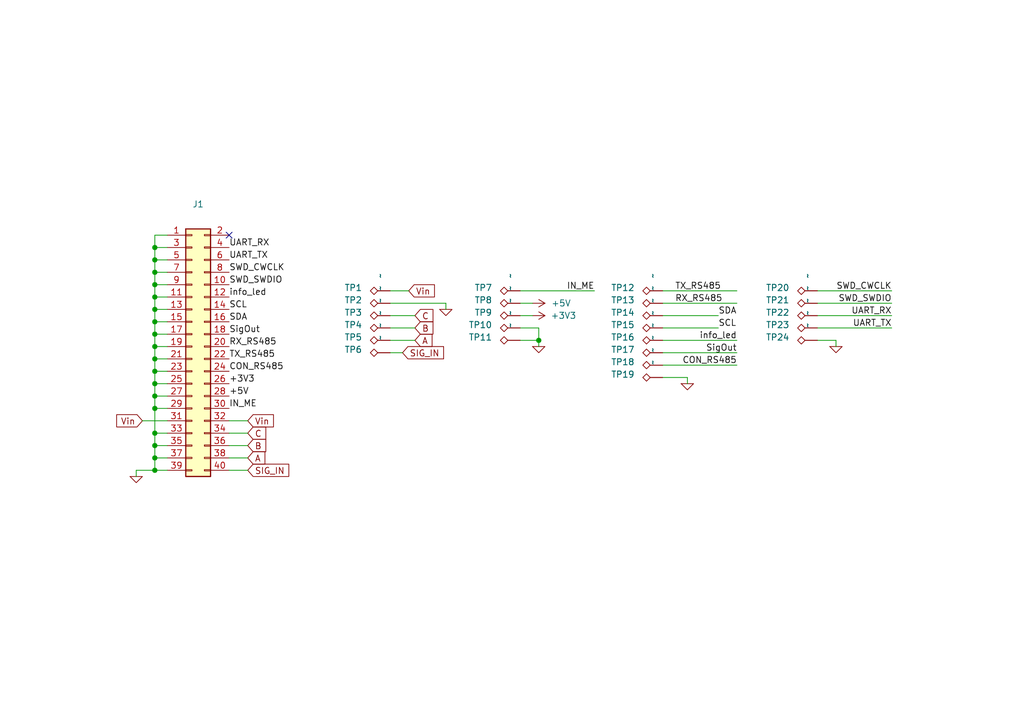
<source format=kicad_sch>
(kicad_sch (version 20230121) (generator eeschema)
  (paper "A5")
  (lib_symbols
    (symbol "Connector:TestPoint_Alt" (pin_numbers hide) (pin_names (offset 0.762) hide)
      (property "Reference" "TP" (at 0 6.858 0))
      (property "Value" "TestPoint_Alt" (at 0 5.08 0))
      (symbol "TestPoint_Alt_0_1"
        (polyline (pts (xy 0 2.54) (xy -0.762 3.302) (xy 0 4.064) (xy 0.762 3.302) (xy 0 2.54)))
      )
      (symbol "TestPoint_Alt_1_1"
        (pin passive line (at 0 0 90) (length 2.54) (name "1") (number "1"))
      )
    )
    (symbol "Connector_Generic:Conn_02x20_Odd_Even" (pin_names (offset 1.016) hide)
      (property "Reference" "J" (at 1.27 25.4 0))
      (property "Value" "Conn_02x20_Odd_Even" (at 1.27 -27.94 0))
      (symbol "Conn_02x20_Odd_Even_1_1"
        (rectangle (start -1.27 -25.273) (end 0 -25.527) (stroke (width 0.1524)))
        (rectangle (start -1.27 -22.733) (end 0 -22.987) (stroke (width 0.1524)))
        (rectangle (start -1.27 -20.193) (end 0 -20.447) (stroke (width 0.1524)))
        (rectangle (start -1.27 -17.653) (end 0 -17.907) (stroke (width 0.1524)))
        (rectangle (start -1.27 -15.113) (end 0 -15.367) (stroke (width 0.1524)))
        (rectangle (start -1.27 -12.573) (end 0 -12.827) (stroke (width 0.1524)))
        (rectangle (start -1.27 -10.033) (end 0 -10.287) (stroke (width 0.1524)))
        (rectangle (start -1.27 -7.493) (end 0 -7.747) (stroke (width 0.1524)))
        (rectangle (start -1.27 -4.953) (end 0 -5.207) (stroke (width 0.1524)))
        (rectangle (start -1.27 -2.413) (end 0 -2.667) (stroke (width 0.1524)))
        (rectangle (start -1.27 0.127) (end 0 -0.127) (stroke (width 0.1524)))
        (rectangle (start -1.27 2.667) (end 0 2.413) (stroke (width 0.1524)))
        (rectangle (start -1.27 5.207) (end 0 4.953) (stroke (width 0.1524)))
        (rectangle (start -1.27 7.747) (end 0 7.493) (stroke (width 0.1524)))
        (rectangle (start -1.27 10.287) (end 0 10.033) (stroke (width 0.1524)))
        (rectangle (start -1.27 12.827) (end 0 12.573) (stroke (width 0.1524)))
        (rectangle (start -1.27 15.367) (end 0 15.113) (stroke (width 0.1524)))
        (rectangle (start -1.27 17.907) (end 0 17.653) (stroke (width 0.1524)))
        (rectangle (start -1.27 20.447) (end 0 20.193) (stroke (width 0.1524)))
        (rectangle (start -1.27 22.987) (end 0 22.733) (stroke (width 0.1524)))
        (rectangle (start -1.27 24.13) (end 3.81 -26.67) (stroke (width 0.254)) (fill (type background)))
        (rectangle (start 3.81 -25.273) (end 2.54 -25.527) (stroke (width 0.1524)))
        (rectangle (start 3.81 -22.733) (end 2.54 -22.987) (stroke (width 0.1524)))
        (rectangle (start 3.81 -20.193) (end 2.54 -20.447) (stroke (width 0.1524)))
        (rectangle (start 3.81 -17.653) (end 2.54 -17.907) (stroke (width 0.1524)))
        (rectangle (start 3.81 -15.113) (end 2.54 -15.367) (stroke (width 0.1524)))
        (rectangle (start 3.81 -12.573) (end 2.54 -12.827) (stroke (width 0.1524)))
        (rectangle (start 3.81 -10.033) (end 2.54 -10.287) (stroke (width 0.1524)))
        (rectangle (start 3.81 -7.493) (end 2.54 -7.747) (stroke (width 0.1524)))
        (rectangle (start 3.81 -4.953) (end 2.54 -5.207) (stroke (width 0.1524)))
        (rectangle (start 3.81 -2.413) (end 2.54 -2.667) (stroke (width 0.1524)))
        (rectangle (start 3.81 0.127) (end 2.54 -0.127) (stroke (width 0.1524)))
        (rectangle (start 3.81 2.667) (end 2.54 2.413) (stroke (width 0.1524)))
        (rectangle (start 3.81 5.207) (end 2.54 4.953) (stroke (width 0.1524)))
        (rectangle (start 3.81 7.747) (end 2.54 7.493) (stroke (width 0.1524)))
        (rectangle (start 3.81 10.287) (end 2.54 10.033) (stroke (width 0.1524)))
        (rectangle (start 3.81 12.827) (end 2.54 12.573) (stroke (width 0.1524)))
        (rectangle (start 3.81 15.367) (end 2.54 15.113) (stroke (width 0.1524)))
        (rectangle (start 3.81 17.907) (end 2.54 17.653) (stroke (width 0.1524)))
        (rectangle (start 3.81 20.447) (end 2.54 20.193) (stroke (width 0.1524)))
        (rectangle (start 3.81 22.987) (end 2.54 22.733) (stroke (width 0.1524)))
        (pin passive line (at -5.08 22.86 0) (length 3.81) (name "Pin_1") (number "1"))
        (pin passive line (at 7.62 12.7 180) (length 3.81) (name "Pin_10") (number "10"))
        (pin passive line (at -5.08 10.16 0) (length 3.81) (name "Pin_11") (number "11"))
        (pin passive line (at 7.62 10.16 180) (length 3.81) (name "Pin_12") (number "12"))
        (pin passive line (at -5.08 7.62 0) (length 3.81) (name "Pin_13") (number "13"))
        (pin passive line (at 7.62 7.62 180) (length 3.81) (name "Pin_14") (number "14"))
        (pin passive line (at -5.08 5.08 0) (length 3.81) (name "Pin_15") (number "15"))
        (pin passive line (at 7.62 5.08 180) (length 3.81) (name "Pin_16") (number "16"))
        (pin passive line (at -5.08 2.54 0) (length 3.81) (name "Pin_17") (number "17"))
        (pin passive line (at 7.62 2.54 180) (length 3.81) (name "Pin_18") (number "18"))
        (pin passive line (at -5.08 0 0) (length 3.81) (name "Pin_19") (number "19"))
        (pin passive line (at 7.62 22.86 180) (length 3.81) (name "Pin_2") (number "2"))
        (pin passive line (at 7.62 0 180) (length 3.81) (name "Pin_20") (number "20"))
        (pin passive line (at -5.08 -2.54 0) (length 3.81) (name "Pin_21") (number "21"))
        (pin passive line (at 7.62 -2.54 180) (length 3.81) (name "Pin_22") (number "22"))
        (pin passive line (at -5.08 -5.08 0) (length 3.81) (name "Pin_23") (number "23"))
        (pin passive line (at 7.62 -5.08 180) (length 3.81) (name "Pin_24") (number "24"))
        (pin passive line (at -5.08 -7.62 0) (length 3.81) (name "Pin_25") (number "25"))
        (pin passive line (at 7.62 -7.62 180) (length 3.81) (name "Pin_26") (number "26"))
        (pin passive line (at -5.08 -10.16 0) (length 3.81) (name "Pin_27") (number "27"))
        (pin passive line (at 7.62 -10.16 180) (length 3.81) (name "Pin_28") (number "28"))
        (pin passive line (at -5.08 -12.7 0) (length 3.81) (name "Pin_29") (number "29"))
        (pin passive line (at -5.08 20.32 0) (length 3.81) (name "Pin_3") (number "3"))
        (pin passive line (at 7.62 -12.7 180) (length 3.81) (name "Pin_30") (number "30"))
        (pin passive line (at -5.08 -15.24 0) (length 3.81) (name "Pin_31") (number "31"))
        (pin passive line (at 7.62 -15.24 180) (length 3.81) (name "Pin_32") (number "32"))
        (pin passive line (at -5.08 -17.78 0) (length 3.81) (name "Pin_33") (number "33"))
        (pin passive line (at 7.62 -17.78 180) (length 3.81) (name "Pin_34") (number "34"))
        (pin passive line (at -5.08 -20.32 0) (length 3.81) (name "Pin_35") (number "35"))
        (pin passive line (at 7.62 -20.32 180) (length 3.81) (name "Pin_36") (number "36"))
        (pin passive line (at -5.08 -22.86 0) (length 3.81) (name "Pin_37") (number "37"))
        (pin passive line (at 7.62 -22.86 180) (length 3.81) (name "Pin_38") (number "38"))
        (pin passive line (at -5.08 -25.4 0) (length 3.81) (name "Pin_39") (number "39"))
        (pin passive line (at 7.62 20.32 180) (length 3.81) (name "Pin_4") (number "4"))
        (pin passive line (at 7.62 -25.4 180) (length 3.81) (name "Pin_40") (number "40"))
        (pin passive line (at -5.08 17.78 0) (length 3.81) (name "Pin_5") (number "5"))
        (pin passive line (at 7.62 17.78 180) (length 3.81) (name "Pin_6") (number "6"))
        (pin passive line (at -5.08 15.24 0) (length 3.81) (name "Pin_7") (number "7"))
        (pin passive line (at 7.62 15.24 180) (length 3.81) (name "Pin_8") (number "8"))
        (pin passive line (at -5.08 12.7 0) (length 3.81) (name "Pin_9") (number "9"))
      )
    )
    (symbol "power:+3V3" (power) (pin_names (offset 0))
      (property "Value" "+3V3" (at 0 3.556 0))
      (symbol "+3V3_0_1"
        (polyline (pts (xy -0.762 1.27) (xy 0 2.54)))
        (polyline (pts (xy 0 0) (xy 0 2.54)))
        (polyline (pts (xy 0 2.54) (xy 0.762 1.27)))
      )
      (symbol "+3V3_1_1"
        (pin power_in line (at 0 0 90) (length 0) hide (name "+3V3") (number "1"))
      )
    )
    (symbol "power:+5V" (power) (pin_names (offset 0))
      (property "Value" "+5V" (at 0 3.556 0))
      (symbol "+5V_0_1"
        (polyline (pts (xy -0.762 1.27) (xy 0 2.54)))
        (polyline (pts (xy 0 0) (xy 0 2.54)))
        (polyline (pts (xy 0 2.54) (xy 0.762 1.27)))
      )
      (symbol "+5V_1_1"
        (pin power_in line (at 0 0 90) (length 0) hide (name "+5V") (number "1"))
      )
    )
    (symbol "pspice:0" (power) (pin_names (offset 0))
      (property "Value" "0" (at 0 -1.778 0))
      (symbol "0_0_1"
        (polyline (pts (xy -1.27 0) (xy 0 -1.27) (xy 1.27 0) (xy -1.27 0)))
      )
      (symbol "0_1_1"
        (pin power_in line (at 0 0 0) (length 0) hide (name "0") (number "1"))
      )
    )
  )
  (junction (at 31.75 71.12))
  (junction (at 110.49 69.85))
  (junction (at 31.75 68.58))
  (junction (at 31.75 73.66))
  (junction (at 31.75 55.88))
  (junction (at 31.75 53.34))
  (junction (at 31.75 78.74))
  (junction (at 31.75 81.28))
  (junction (at 31.75 96.52))
  (junction (at 31.75 76.2))
  (junction (at 31.75 83.82))
  (junction (at 31.75 50.8))
  (junction (at 31.75 63.5))
  (junction (at 31.75 88.9))
  (junction (at 31.75 60.96))
  (junction (at 31.75 66.04))
  (junction (at 31.75 91.44))
  (junction (at 31.75 58.42))
  (junction (at 31.75 93.98))
  (no_connect (at 46.99 48.26))
  (wire (pts (xy 34.29 76.2) (xy 31.75 76.2)))
  (wire (pts (xy 31.75 88.9) (xy 31.75 91.44)))
  (wire (pts (xy 31.75 66.04) (xy 31.75 68.58)))
  (wire (pts (xy 46.99 91.44) (xy 50.8 91.44)))
  (wire (pts (xy 31.75 63.5) (xy 31.75 66.04)))
  (wire (pts (xy 167.64 59.69) (xy 182.88 59.69)))
  (wire (pts (xy 151.13 59.69) (xy 135.89 59.69)))
  (wire (pts (xy 31.75 50.8) (xy 31.75 53.34)))
  (wire (pts (xy 167.64 67.31) (xy 182.88 67.31)))
  (wire (pts (xy 34.29 58.42) (xy 31.75 58.42)))
  (wire (pts (xy 135.89 74.93) (xy 151.13 74.93)))
  (wire (pts (xy 31.75 48.26) (xy 34.29 48.26)))
  (wire (pts (xy 46.99 93.98) (xy 50.8 93.98)))
  (wire (pts (xy 106.68 62.23) (xy 109.22 62.23)))
  (wire (pts (xy 91.44 62.23) (xy 80.01 62.23)))
  (wire (pts (xy 31.75 53.34) (xy 31.75 55.88)))
  (wire (pts (xy 80.01 59.69) (xy 83.82 59.69)))
  (wire (pts (xy 34.29 71.12) (xy 31.75 71.12)))
  (wire (pts (xy 27.94 96.52) (xy 31.75 96.52)))
  (wire (pts (xy 151.13 72.39) (xy 135.89 72.39)))
  (wire (pts (xy 34.29 50.8) (xy 31.75 50.8)))
  (wire (pts (xy 171.45 69.85) (xy 171.45 71.12)))
  (wire (pts (xy 34.29 78.74) (xy 31.75 78.74)))
  (wire (pts (xy 167.64 62.23) (xy 182.88 62.23)))
  (wire (pts (xy 31.75 81.28) (xy 31.75 83.82)))
  (wire (pts (xy 34.29 53.34) (xy 31.75 53.34)))
  (wire (pts (xy 46.99 86.36) (xy 50.8 86.36)))
  (wire (pts (xy 147.32 67.31) (xy 135.89 67.31)))
  (wire (pts (xy 46.99 88.9) (xy 50.8 88.9)))
  (wire (pts (xy 110.49 67.31) (xy 110.49 69.85)))
  (wire (pts (xy 106.68 67.31) (xy 110.49 67.31)))
  (wire (pts (xy 31.75 55.88) (xy 31.75 58.42)))
  (wire (pts (xy 31.75 60.96) (xy 31.75 63.5)))
  (wire (pts (xy 167.64 64.77) (xy 182.88 64.77)))
  (wire (pts (xy 167.64 69.85) (xy 171.45 69.85)))
  (wire (pts (xy 140.97 77.47) (xy 140.97 78.74)))
  (wire (pts (xy 31.75 96.52) (xy 31.75 93.98)))
  (wire (pts (xy 34.29 60.96) (xy 31.75 60.96)))
  (wire (pts (xy 110.49 69.85) (xy 106.68 69.85)))
  (wire (pts (xy 31.75 93.98) (xy 31.75 91.44)))
  (wire (pts (xy 147.32 64.77) (xy 135.89 64.77)))
  (wire (pts (xy 34.29 88.9) (xy 31.75 88.9)))
  (wire (pts (xy 31.75 68.58) (xy 31.75 71.12)))
  (wire (pts (xy 27.94 97.79) (xy 27.94 96.52)))
  (wire (pts (xy 31.75 48.26) (xy 31.75 50.8)))
  (wire (pts (xy 85.09 64.77) (xy 80.01 64.77)))
  (wire (pts (xy 31.75 83.82) (xy 34.29 83.82)))
  (wire (pts (xy 91.44 62.23) (xy 91.44 63.5)))
  (wire (pts (xy 31.75 73.66) (xy 31.75 76.2)))
  (wire (pts (xy 34.29 73.66) (xy 31.75 73.66)))
  (wire (pts (xy 31.75 71.12) (xy 31.75 73.66)))
  (wire (pts (xy 82.55 72.39) (xy 80.01 72.39)))
  (wire (pts (xy 46.99 96.52) (xy 50.8 96.52)))
  (wire (pts (xy 34.29 91.44) (xy 31.75 91.44)))
  (wire (pts (xy 151.13 62.23) (xy 135.89 62.23)))
  (wire (pts (xy 85.09 67.31) (xy 80.01 67.31)))
  (wire (pts (xy 31.75 83.82) (xy 31.75 88.9)))
  (wire (pts (xy 34.29 68.58) (xy 31.75 68.58)))
  (wire (pts (xy 151.13 69.85) (xy 135.89 69.85)))
  (wire (pts (xy 135.89 77.47) (xy 140.97 77.47)))
  (wire (pts (xy 34.29 96.52) (xy 31.75 96.52)))
  (wire (pts (xy 31.75 76.2) (xy 31.75 78.74)))
  (wire (pts (xy 34.29 55.88) (xy 31.75 55.88)))
  (wire (pts (xy 106.68 59.69) (xy 121.92 59.69)))
  (wire (pts (xy 34.29 81.28) (xy 31.75 81.28)))
  (wire (pts (xy 31.75 58.42) (xy 31.75 60.96)))
  (wire (pts (xy 31.75 93.98) (xy 34.29 93.98)))
  (wire (pts (xy 106.68 64.77) (xy 109.22 64.77)))
  (wire (pts (xy 85.09 69.85) (xy 80.01 69.85)))
  (wire (pts (xy 29.21 86.36) (xy 34.29 86.36)))
  (wire (pts (xy 34.29 63.5) (xy 31.75 63.5)))
  (wire (pts (xy 34.29 66.04) (xy 31.75 66.04)))
  (wire (pts (xy 31.75 78.74) (xy 31.75 81.28)))
  (wire (pts (xy 110.49 69.85) (xy 110.49 71.12)))
  (label "SCL" (at 46.99 63.5 0))
  (label "SWD_SWDIO" (at 182.88 62.23 180))
  (label "+5V" (at 46.99 81.28 0))
  (label "info_led" (at 151.13 69.85 180))
  (label "SDA" (at 46.99 66.04 0))
  (label "IN_ME" (at 46.99 83.82 0))
  (label "SDA" (at 147.32 64.77 0))
  (label "RX_RS485" (at 138.43 62.23 0))
  (label "RX_RS485" (at 46.99 71.12 0))
  (label "SWD_CWCLK" (at 182.88 59.69 180))
  (label "UART_RX" (at 46.99 50.8 0))
  (label "UART_RX" (at 182.88 64.77 180))
  (label "SWD_SWDIO" (at 46.99 58.42 0))
  (label "CON_RS485" (at 151.13 74.93 180))
  (label "TX_RS485" (at 46.99 73.66 0))
  (label "SWD_CWCLK" (at 46.99 55.88 0))
  (label "TX_RS485" (at 138.43 59.69 0))
  (label "IN_ME" (at 121.92 59.69 180))
  (label "SCL" (at 147.32 67.31 0))
  (label "UART_TX" (at 182.88 67.31 180))
  (label "UART_TX" (at 46.99 53.34 0))
  (label "CON_RS485" (at 46.99 76.2 0))
  (label "info_led" (at 46.99 60.96 0))
  (label "+3V3" (at 46.99 78.74 0))
  (label "SigOut" (at 151.13 72.39 180))
  (label "SigOut" (at 46.99 68.58 0))
  (global_label "Vin" (shape input) (at 50.8 86.36 0) (property "Intersheetrefs" "${INTERSHEET_REFS}" (effects hide)))
  (global_label "A" (shape input) (at 50.8 93.98 0) (property "Intersheetrefs" "${INTERSHEET_REFS}" (effects hide)))
  (global_label "Vin" (shape input) (at 83.82 59.69 0) (property "Intersheetrefs" "${INTERSHEET_REFS}" (effects hide)))
  (global_label "B" (shape input) (at 85.09 67.31 0) (property "Intersheetrefs" "${INTERSHEET_REFS}" (effects hide)))
  (global_label "SIG_IN" (shape input) (at 82.55 72.39 0) (property "Intersheetrefs" "${INTERSHEET_REFS}" (effects hide)))
  (global_label "SIG_IN" (shape input) (at 50.8 96.52 0) (property "Intersheetrefs" "${INTERSHEET_REFS}" (effects hide)))
  (global_label "Vin" (shape input) (at 29.21 86.36 180) (property "Intersheetrefs" "${INTERSHEET_REFS}" (effects hide)))
  (global_label "C" (shape input) (at 50.8 88.9 0) (property "Intersheetrefs" "${INTERSHEET_REFS}" (effects hide)))
  (global_label "A" (shape input) (at 85.09 69.85 0) (property "Intersheetrefs" "${INTERSHEET_REFS}" (effects hide)))
  (global_label "B" (shape input) (at 50.8 91.44 0) (property "Intersheetrefs" "${INTERSHEET_REFS}" (effects hide)))
  (global_label "C" (shape input) (at 85.09 64.77 0) (property "Intersheetrefs" "${INTERSHEET_REFS}" (effects hide)))
  (symbol (lib_id "power:+3V3") (at 109.22 64.77 270) (unit 1)
    (property "Reference" "#PWR013" (effects hide))
    (property "Value" "+3V3" (at 115.57 64.77 90))
  )
  (symbol (lib_id "Connector:TestPoint_Alt") (at 106.68 67.31 90) (unit 1)
    (property "Reference" "TP10" (at 100.965 66.675 90) (effects (justify left)))
    (property "Value" "~" (at 104.648 64.77 0) (effects (justify left)))
    (property "Footprint" "Temperature_contoller_footpint_libary:P50-J1" (effects hide))
  )
  (symbol (lib_id "Connector:TestPoint_Alt") (at 135.89 59.69 90) (unit 1)
    (property "Reference" "TP12" (at 130.175 59.055 90) (effects (justify left)))
    (property "Value" "~" (at 133.858 57.15 0) (effects (justify left)))
    (property "Footprint" "Temperature_contoller_footpint_libary:P50-J1" (effects hide))
  )
  (symbol (lib_id "Connector:TestPoint_Alt") (at 167.64 69.85 90) (unit 1)
    (property "Reference" "TP24" (at 161.925 69.215 90) (effects (justify left)))
    (property "Value" "~" (at 165.608 67.31 0) (effects (justify left)))
    (property "Footprint" "Temperature_contoller_footpint_libary:P50-J1" (effects hide))
  )
  (symbol (lib_id "Connector:TestPoint_Alt") (at 106.68 62.23 90) (unit 1)
    (property "Reference" "TP8" (at 100.965 61.595 90) (effects (justify left)))
    (property "Value" "~" (at 104.648 59.69 0) (effects (justify left)))
    (property "Footprint" "Temperature_contoller_footpint_libary:P50-J1" (effects hide))
  )
  (symbol (lib_id "Connector:TestPoint_Alt") (at 135.89 74.93 90) (unit 1)
    (property "Reference" "TP18" (at 130.175 74.295 90) (effects (justify left)))
    (property "Value" "~" (at 133.858 72.39 0) (effects (justify left)))
    (property "Footprint" "Temperature_contoller_footpint_libary:P50-J1" (effects hide))
  )
  (symbol (lib_id "Connector:TestPoint_Alt") (at 167.64 64.77 90) (unit 1)
    (property "Reference" "TP22" (at 161.925 64.135 90) (effects (justify left)))
    (property "Value" "~" (at 165.608 62.23 0) (effects (justify left)))
    (property "Footprint" "Temperature_contoller_footpint_libary:P50-J1" (effects hide))
  )
  (symbol (lib_id "Connector:TestPoint_Alt") (at 80.01 62.23 90) (unit 1)
    (property "Reference" "TP2" (at 74.295 61.595 90) (effects (justify left)))
    (property "Value" "~" (at 77.978 59.69 0) (effects (justify left)))
    (property "Footprint" "Temperature_contoller_footpint_libary:P50-J1" (effects hide))
  )
  (symbol (lib_id "pspice:0") (at 140.97 78.74 0) (unit 1)
    (property "Reference" "#GND017" (effects hide))
    (property "Value" "0" (effects hide))
  )
  (symbol (lib_id "Connector:TestPoint_Alt") (at 167.64 67.31 90) (unit 1)
    (property "Reference" "TP23" (at 161.925 66.675 90) (effects (justify left)))
    (property "Value" "~" (at 165.608 64.77 0) (effects (justify left)))
    (property "Footprint" "Temperature_contoller_footpint_libary:P50-J1" (effects hide))
  )
  (symbol (lib_id "Connector:TestPoint_Alt") (at 80.01 67.31 90) (unit 1)
    (property "Reference" "TP4" (at 74.295 66.675 90) (effects (justify left)))
    (property "Value" "~" (at 77.978 64.77 0) (effects (justify left)))
    (property "Footprint" "Temperature_contoller_footpint_libary:P50-J1" (effects hide))
  )
  (symbol (lib_id "Connector:TestPoint_Alt") (at 167.64 62.23 90) (unit 1)
    (property "Reference" "TP21" (at 161.925 61.595 90) (effects (justify left)))
    (property "Value" "~" (at 165.608 59.69 0) (effects (justify left)))
    (property "Footprint" "Temperature_contoller_footpint_libary:P50-J1" (effects hide))
  )
  (symbol (lib_id "Connector:TestPoint_Alt") (at 80.01 64.77 90) (unit 1)
    (property "Reference" "TP3" (at 74.295 64.135 90) (effects (justify left)))
    (property "Value" "~" (at 77.978 62.23 0) (effects (justify left)))
    (property "Footprint" "Temperature_contoller_footpint_libary:P50-J1" (effects hide))
  )
  (symbol (lib_id "Connector:TestPoint_Alt") (at 106.68 59.69 90) (unit 1)
    (property "Reference" "TP7" (at 100.965 59.055 90) (effects (justify left)))
    (property "Value" "~" (at 104.648 57.15 0) (effects (justify left)))
    (property "Footprint" "Temperature_contoller_footpint_libary:P50-J1" (effects hide))
  )
  (symbol (lib_id "Connector:TestPoint_Alt") (at 80.01 69.85 90) (unit 1)
    (property "Reference" "TP5" (at 74.295 69.215 90) (effects (justify left)))
    (property "Value" "~" (at 77.978 67.31 0) (effects (justify left)))
    (property "Footprint" "Temperature_contoller_footpint_libary:P50-J1" (effects hide))
  )
  (symbol (lib_id "Connector:TestPoint_Alt") (at 106.68 64.77 90) (unit 1)
    (property "Reference" "TP9" (at 100.965 64.135 90) (effects (justify left)))
    (property "Value" "~" (at 104.648 62.23 0) (effects (justify left)))
    (property "Footprint" "Temperature_contoller_footpint_libary:P50-J1" (effects hide))
  )
  (symbol (lib_id "pspice:0") (at 27.94 97.79 0) (unit 1)
    (property "Reference" "#GND01" (effects hide))
    (property "Value" "0" (effects hide))
  )
  (symbol (lib_id "Connector:TestPoint_Alt") (at 106.68 69.85 90) (unit 1)
    (property "Reference" "TP11" (at 100.965 69.215 90) (effects (justify left)))
    (property "Value" "~" (at 104.648 67.31 0) (effects (justify left)))
    (property "Footprint" "Temperature_contoller_footpint_libary:P50-J1" (effects hide))
  )
  (symbol (lib_id "Connector:TestPoint_Alt") (at 135.89 69.85 90) (unit 1)
    (property "Reference" "TP16" (at 130.175 69.215 90) (effects (justify left)))
    (property "Value" "~" (at 133.858 67.31 0) (effects (justify left)))
    (property "Footprint" "Temperature_contoller_footpint_libary:P50-J1" (effects hide))
  )
  (symbol (lib_id "pspice:0") (at 171.45 71.12 0) (unit 1)
    (property "Reference" "#GND02" (effects hide))
    (property "Value" "0" (effects hide))
  )
  (symbol (lib_id "Connector:TestPoint_Alt") (at 135.89 67.31 90) (unit 1)
    (property "Reference" "TP15" (at 130.175 66.675 90) (effects (justify left)))
    (property "Value" "~" (at 133.858 64.77 0) (effects (justify left)))
    (property "Footprint" "Temperature_contoller_footpint_libary:P50-J1" (effects hide))
  )
  (symbol (lib_id "Connector:TestPoint_Alt") (at 135.89 64.77 90) (unit 1)
    (property "Reference" "TP14" (at 130.175 64.135 90) (effects (justify left)))
    (property "Value" "~" (at 133.858 62.23 0) (effects (justify left)))
    (property "Footprint" "Temperature_contoller_footpint_libary:P50-J1" (effects hide))
  )
  (symbol (lib_id "power:+5V") (at 109.22 62.23 270) (unit 1)
    (property "Reference" "#PWR014" (effects hide))
    (property "Value" "+5V" (at 113.03 62.23 90) (effects (justify left)))
  )
  (symbol (lib_id "Connector:TestPoint_Alt") (at 167.64 59.69 90) (unit 1)
    (property "Reference" "TP20" (at 161.925 59.055 90) (effects (justify left)))
    (property "Value" "~" (at 165.608 57.15 0) (effects (justify left)))
    (property "Footprint" "Temperature_contoller_footpint_libary:P50-J1" (effects hide))
  )
  (symbol (lib_id "Connector_Generic:Conn_02x20_Odd_Even") (at 39.37 71.12 0) (unit 1)
    (property "Reference" "J1" (at 40.64 41.91 0))
    (property "Value" "Conn_02x20_Odd_Even" (effects hide))
    (property "Footprint" "Connector_IDC:IDC-Header_2x20-1MP_P2.54mm_Latch_Vertical" (effects hide))
  )
  (symbol (lib_id "Connector:TestPoint_Alt") (at 135.89 62.23 90) (unit 1)
    (property "Reference" "TP13" (at 130.175 61.595 90) (effects (justify left)))
    (property "Value" "~" (at 133.858 59.69 0) (effects (justify left)))
    (property "Footprint" "Temperature_contoller_footpint_libary:P50-J1" (effects hide))
  )
  (symbol (lib_id "pspice:0") (at 110.49 71.12 0) (unit 1)
    (property "Reference" "#GND018" (effects hide))
    (property "Value" "0" (effects hide))
  )
  (symbol (lib_id "Connector:TestPoint_Alt") (at 80.01 59.69 90) (unit 1)
    (property "Reference" "TP1" (at 74.295 59.055 90) (effects (justify left)))
    (property "Value" "~" (at 77.978 57.15 0) (effects (justify left)))
    (property "Footprint" "Temperature_contoller_footpint_libary:P50-J1" (effects hide))
  )
  (symbol (lib_id "Connector:TestPoint_Alt") (at 80.01 72.39 90) (unit 1)
    (property "Reference" "TP6" (at 74.295 71.755 90) (effects (justify left)))
    (property "Value" "~" (at 77.978 69.85 0) (effects (justify left)))
    (property "Footprint" "Temperature_contoller_footpint_libary:P50-J1" (effects hide))
  )
  (symbol (lib_id "Connector:TestPoint_Alt") (at 135.89 77.47 90) (unit 1)
    (property "Reference" "TP19" (at 130.175 76.835 90) (effects (justify left)))
    (property "Value" "~" (at 133.858 74.93 0) (effects (justify left)))
    (property "Footprint" "Temperature_contoller_footpint_libary:P50-J1" (effects hide))
  )
  (symbol (lib_id "Connector:TestPoint_Alt") (at 135.89 72.39 90) (unit 1)
    (property "Reference" "TP17" (at 130.175 71.755 90) (effects (justify left)))
    (property "Value" "~" (at 133.858 69.85 0) (effects (justify left)))
    (property "Footprint" "Temperature_contoller_footpint_libary:P50-J1" (effects hide))
  )
  (symbol (lib_id "pspice:0") (at 91.44 63.5 0) (unit 1)
    (property "Reference" "#GND016" (effects hide))
    (property "Value" "0" (effects hide))
  )
)
</source>
